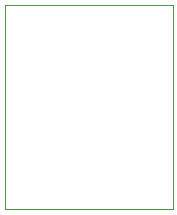
<source format=gm1>
G04 #@! TF.GenerationSoftware,KiCad,Pcbnew,7.0.0-da2b9df05c~163~ubuntu22.04.1*
G04 #@! TF.CreationDate,2023-03-07T01:12:10+00:00*
G04 #@! TF.ProjectId,simpleadapter,73696d70-6c65-4616-9461-707465722e6b,rev?*
G04 #@! TF.SameCoordinates,Original*
G04 #@! TF.FileFunction,Profile,NP*
%FSLAX46Y46*%
G04 Gerber Fmt 4.6, Leading zero omitted, Abs format (unit mm)*
G04 Created by KiCad (PCBNEW 7.0.0-da2b9df05c~163~ubuntu22.04.1) date 2023-03-07 01:12:10*
%MOMM*%
%LPD*%
G01*
G04 APERTURE LIST*
G04 #@! TA.AperFunction,Profile*
%ADD10C,0.100000*%
G04 #@! TD*
G04 APERTURE END LIST*
D10*
X146558000Y-85598000D02*
X160782000Y-85598000D01*
X160782000Y-85598000D02*
X160782000Y-102870000D01*
X160782000Y-102870000D02*
X146558000Y-102870000D01*
X146558000Y-102870000D02*
X146558000Y-85598000D01*
M02*

</source>
